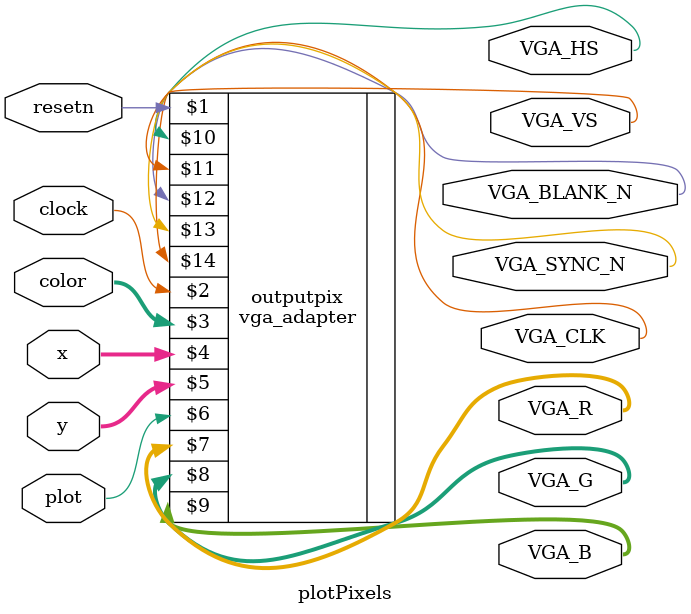
<source format=v>
module plotPixels(
			resetn,
			clock,
			color,
			x, y, plot,
			/* Signals for the DAC to drive the monitor. */
			VGA_R,
			VGA_G,
			VGA_B,
			VGA_HS,
			VGA_VS,
			VGA_BLANK_N,
			VGA_SYNC_N,
			VGA_CLK);
			
	input resetn;
	input clock;	
	input [2:0] color;
	input [7:0] x;
	input [8:0] y;
	input plot;
	output [7:0] VGA_R;
	output [7:0] VGA_G;
	output [7:0] VGA_B;
	output VGA_HS;
	output VGA_VS;
	output VGA_BLANK_N;
	output VGA_SYNC_N;
	output VGA_CLK;
	
	//use VGA to output player pixels
	vga_adapter outputpix (
				resetn,
				clock,
				color,
				x,
				y,
				plot,
				VGA_R,
				VGA_G,
				VGA_B,
				VGA_HS,
				VGA_VS,
				VGA_BLANK_N,
				VGA_SYNC_N,
				VGA_CLK);
	defparam outputpix.RESOLUTION = "160x120";
	defparam outputpix.MONOCHROME = "FALSE";
	defparam outputpix.BITS_PER_COLOUR_CHANNEL = 1;
	defparam outputpix.BACKGROUND_IMAGE = "background.mif";//should be black.mif, this is temporary
    
endmodule
</source>
